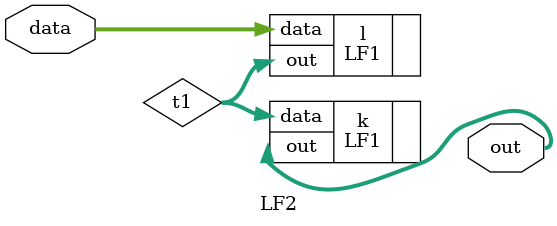
<source format=v>
module LF2 (input [31:0] data, output [31:0] out);
  
	wire [31:0] t1;
   LF1 l(.data(data),.out(t1));
   LF1 k(.data(t1),.out(out));
   
endmodule 

</source>
